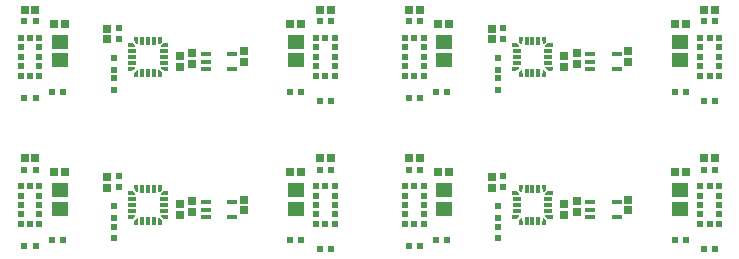
<source format=gtp>
G04 Layer_Color=8421504*
%FSAX24Y24*%
%MOIN*%
G70*
G01*
G75*
%ADD10R,0.0354X0.0177*%
%ADD11R,0.0197X0.0197*%
%ADD12R,0.0138X0.0118*%
%ADD13R,0.0276X0.0118*%
%ADD14R,0.0118X0.0138*%
%ADD15R,0.0118X0.0276*%
%ADD16R,0.0236X0.0217*%
%ADD17R,0.0217X0.0236*%
%ADD18R,0.0252X0.0252*%
%ADD19R,0.0571X0.0512*%
%ADD20R,0.0252X0.0252*%
G36*
X031185Y020408D02*
X031116Y020339D01*
X031067Y020339D01*
Y020575D01*
X031185D01*
X031185Y020408D01*
D02*
G37*
G36*
X030398Y020339D02*
X030348Y020339D01*
X030280Y020407D01*
X030280Y020575D01*
X030398D01*
Y020339D01*
D02*
G37*
G36*
X018374Y020408D02*
X018305Y020339D01*
X018256Y020339D01*
Y020575D01*
X018374D01*
X018374Y020408D01*
D02*
G37*
G36*
X017587Y020339D02*
X017537Y020339D01*
X017469Y020407D01*
X017469Y020575D01*
X017587D01*
Y020339D01*
D02*
G37*
G36*
X031402Y020358D02*
Y020240D01*
X031165D01*
X031165Y020289D01*
X031234Y020358D01*
X031402Y020358D01*
D02*
G37*
G36*
X030299Y020289D02*
X030299Y020240D01*
X030063D01*
Y020358D01*
X030230Y020358D01*
X030299Y020289D01*
D02*
G37*
G36*
X018591Y020358D02*
Y020240D01*
X018354D01*
X018354Y020289D01*
X018423Y020358D01*
X018591Y020358D01*
D02*
G37*
G36*
X017488Y020289D02*
X017488Y020240D01*
X017252D01*
Y020358D01*
X017419Y020358D01*
X017488Y020289D01*
D02*
G37*
G36*
X031402Y019453D02*
X031234Y019453D01*
X031165Y019522D01*
X031165Y019571D01*
X031402D01*
Y019453D01*
D02*
G37*
G36*
X030299Y019522D02*
X030230Y019453D01*
X030063Y019453D01*
Y019571D01*
X030299D01*
X030299Y019522D01*
D02*
G37*
G36*
X018591Y019453D02*
X018423Y019453D01*
X018354Y019522D01*
X018354Y019571D01*
X018591D01*
Y019453D01*
D02*
G37*
G36*
X017488Y019522D02*
X017419Y019453D01*
X017252Y019453D01*
Y019571D01*
X017488D01*
X017488Y019522D01*
D02*
G37*
G36*
X031185Y019404D02*
X031185Y019236D01*
X031067D01*
Y019472D01*
X031116Y019472D01*
X031185Y019404D01*
D02*
G37*
G36*
X030398Y019472D02*
Y019236D01*
X030280D01*
X030280Y019404D01*
X030348Y019472D01*
X030398Y019472D01*
D02*
G37*
G36*
X018374Y019404D02*
X018374Y019236D01*
X018256D01*
Y019472D01*
X018305Y019472D01*
X018374Y019404D01*
D02*
G37*
G36*
X017587Y019472D02*
Y019236D01*
X017469D01*
X017469Y019404D01*
X017537Y019472D01*
X017587Y019472D01*
D02*
G37*
G36*
X031185Y015470D02*
X031116Y015402D01*
X031067Y015402D01*
Y015638D01*
X031185D01*
X031185Y015470D01*
D02*
G37*
G36*
X030398Y015402D02*
X030348Y015402D01*
X030280Y015470D01*
X030280Y015638D01*
X030398D01*
Y015402D01*
D02*
G37*
G36*
X018374Y015470D02*
X018305Y015402D01*
X018256Y015402D01*
Y015638D01*
X018374D01*
X018374Y015470D01*
D02*
G37*
G36*
X017587Y015402D02*
X017537Y015402D01*
X017469Y015470D01*
X017469Y015638D01*
X017587D01*
Y015402D01*
D02*
G37*
G36*
X031402Y015421D02*
Y015303D01*
X031165D01*
X031165Y015352D01*
X031234Y015421D01*
X031402Y015421D01*
D02*
G37*
G36*
X030299Y015352D02*
X030299Y015303D01*
X030063D01*
Y015421D01*
X030230Y015421D01*
X030299Y015352D01*
D02*
G37*
G36*
X018591Y015421D02*
Y015303D01*
X018354D01*
X018354Y015352D01*
X018423Y015421D01*
X018591Y015421D01*
D02*
G37*
G36*
X017488Y015352D02*
X017488Y015303D01*
X017252D01*
Y015421D01*
X017419Y015421D01*
X017488Y015352D01*
D02*
G37*
G36*
X031402Y014516D02*
X031234Y014516D01*
X031165Y014585D01*
X031165Y014634D01*
X031402D01*
Y014516D01*
D02*
G37*
G36*
X030299Y014585D02*
X030230Y014516D01*
X030063Y014516D01*
Y014634D01*
X030299D01*
X030299Y014585D01*
D02*
G37*
G36*
X018591Y014516D02*
X018423Y014516D01*
X018354Y014585D01*
X018354Y014634D01*
X018591D01*
Y014516D01*
D02*
G37*
G36*
X017488Y014585D02*
X017419Y014516D01*
X017252Y014516D01*
Y014634D01*
X017488D01*
X017488Y014585D01*
D02*
G37*
G36*
X031185Y014467D02*
X031185Y014299D01*
X031067D01*
Y014535D01*
X031116Y014535D01*
X031185Y014467D01*
D02*
G37*
G36*
X030398Y014535D02*
Y014299D01*
X030280D01*
X030280Y014467D01*
X030348Y014535D01*
X030398Y014535D01*
D02*
G37*
G36*
X018374Y014467D02*
X018374Y014299D01*
X018256D01*
Y014535D01*
X018305Y014535D01*
X018374Y014467D01*
D02*
G37*
G36*
X017587Y014535D02*
Y014299D01*
X017469D01*
X017469Y014467D01*
X017537Y014535D01*
X017587Y014535D01*
D02*
G37*
D10*
X019841Y015067D02*
D03*
Y014811D02*
D03*
Y014555D02*
D03*
X020726D02*
D03*
Y015067D02*
D03*
X032652D02*
D03*
Y014811D02*
D03*
Y014555D02*
D03*
X033537D02*
D03*
Y015067D02*
D03*
X019841Y020004D02*
D03*
Y019748D02*
D03*
Y019492D02*
D03*
X020726D02*
D03*
Y020004D02*
D03*
X032652D02*
D03*
Y019748D02*
D03*
Y019492D02*
D03*
X033537D02*
D03*
Y020004D02*
D03*
D11*
X014299Y014339D02*
D03*
X013984D02*
D03*
X013669D02*
D03*
X014299Y014654D02*
D03*
X013669D02*
D03*
X014299Y014969D02*
D03*
X013669D02*
D03*
X014299Y015283D02*
D03*
X013669D02*
D03*
X014299Y015598D02*
D03*
X013984D02*
D03*
X013669D02*
D03*
X024142Y014339D02*
D03*
X023827D02*
D03*
X023512D02*
D03*
X024142Y014654D02*
D03*
X023512D02*
D03*
X024142Y014969D02*
D03*
X023512D02*
D03*
X024142Y015283D02*
D03*
X023512D02*
D03*
X024142Y015598D02*
D03*
X023827D02*
D03*
X023512D02*
D03*
X027110Y014339D02*
D03*
X026795D02*
D03*
X026480D02*
D03*
X027110Y014654D02*
D03*
X026480D02*
D03*
X027110Y014969D02*
D03*
X026480D02*
D03*
X027110Y015283D02*
D03*
X026480D02*
D03*
X027110Y015598D02*
D03*
X026795D02*
D03*
X026480D02*
D03*
X036953Y014339D02*
D03*
X036638D02*
D03*
X036323D02*
D03*
X036953Y014654D02*
D03*
X036323D02*
D03*
X036953Y014969D02*
D03*
X036323D02*
D03*
X036953Y015283D02*
D03*
X036323D02*
D03*
X036953Y015598D02*
D03*
X036638D02*
D03*
X036323D02*
D03*
X014299Y019276D02*
D03*
X013984D02*
D03*
X013669D02*
D03*
X014299Y019591D02*
D03*
X013669D02*
D03*
X014299Y019906D02*
D03*
X013669D02*
D03*
X014299Y020220D02*
D03*
X013669D02*
D03*
X014299Y020535D02*
D03*
X013984D02*
D03*
X013669D02*
D03*
X024142Y019276D02*
D03*
X023827D02*
D03*
X023512D02*
D03*
X024142Y019591D02*
D03*
X023512D02*
D03*
X024142Y019906D02*
D03*
X023512D02*
D03*
X024142Y020220D02*
D03*
X023512D02*
D03*
X024142Y020535D02*
D03*
X023827D02*
D03*
X023512D02*
D03*
X027110Y019276D02*
D03*
X026795D02*
D03*
X026480D02*
D03*
X027110Y019591D02*
D03*
X026480D02*
D03*
X027110Y019906D02*
D03*
X026480D02*
D03*
X027110Y020220D02*
D03*
X026480D02*
D03*
X027110Y020535D02*
D03*
X026795D02*
D03*
X026480D02*
D03*
X036953Y019276D02*
D03*
X036638D02*
D03*
X036323D02*
D03*
X036953Y019591D02*
D03*
X036323D02*
D03*
X036953Y019906D02*
D03*
X036323D02*
D03*
X036953Y020220D02*
D03*
X036323D02*
D03*
X036953Y020535D02*
D03*
X036638D02*
D03*
X036323D02*
D03*
D12*
X017321Y015362D02*
D03*
Y014575D02*
D03*
X018522D02*
D03*
Y015362D02*
D03*
X030132D02*
D03*
Y014575D02*
D03*
X031333D02*
D03*
Y015362D02*
D03*
X017321Y020299D02*
D03*
Y019512D02*
D03*
X018522D02*
D03*
Y020299D02*
D03*
X030132D02*
D03*
Y019512D02*
D03*
X031333D02*
D03*
Y020299D02*
D03*
D13*
X017390Y015165D02*
D03*
Y014969D02*
D03*
Y014772D02*
D03*
X018453D02*
D03*
Y014969D02*
D03*
Y015165D02*
D03*
X030201D02*
D03*
Y014969D02*
D03*
Y014772D02*
D03*
X031264D02*
D03*
Y014969D02*
D03*
Y015165D02*
D03*
X017390Y020102D02*
D03*
Y019906D02*
D03*
Y019709D02*
D03*
X018453D02*
D03*
Y019906D02*
D03*
Y020102D02*
D03*
X030201D02*
D03*
Y019906D02*
D03*
Y019709D02*
D03*
X031264D02*
D03*
Y019906D02*
D03*
Y020102D02*
D03*
D14*
X017528Y014368D02*
D03*
X018315D02*
D03*
Y015569D02*
D03*
X017528D02*
D03*
X030339Y014368D02*
D03*
X031126D02*
D03*
Y015569D02*
D03*
X030339D02*
D03*
X017528Y019305D02*
D03*
X018315D02*
D03*
Y020506D02*
D03*
X017528D02*
D03*
X030339Y019305D02*
D03*
X031126D02*
D03*
Y020506D02*
D03*
X030339D02*
D03*
D15*
X017724Y014437D02*
D03*
X017921D02*
D03*
X018118D02*
D03*
Y015500D02*
D03*
X017921D02*
D03*
X017724D02*
D03*
X030535Y014437D02*
D03*
X030732D02*
D03*
X030929D02*
D03*
Y015500D02*
D03*
X030732D02*
D03*
X030535D02*
D03*
X017724Y019374D02*
D03*
X017921D02*
D03*
X018118D02*
D03*
Y020437D02*
D03*
X017921D02*
D03*
X017724D02*
D03*
X030535Y019374D02*
D03*
X030732D02*
D03*
X030929D02*
D03*
Y020437D02*
D03*
X030732D02*
D03*
X030535D02*
D03*
D16*
X016780Y014545D02*
D03*
Y014919D02*
D03*
Y014250D02*
D03*
Y013876D02*
D03*
X016937Y015943D02*
D03*
Y015569D02*
D03*
X029591Y014545D02*
D03*
Y014919D02*
D03*
Y014250D02*
D03*
Y013876D02*
D03*
X029748Y015943D02*
D03*
Y015569D02*
D03*
X016780Y019482D02*
D03*
Y019856D02*
D03*
Y019187D02*
D03*
Y018813D02*
D03*
X016937Y020880D02*
D03*
Y020506D02*
D03*
X029591Y019482D02*
D03*
Y019856D02*
D03*
Y019187D02*
D03*
Y018813D02*
D03*
X029748Y020880D02*
D03*
Y020506D02*
D03*
D17*
X014703Y013787D02*
D03*
X015077D02*
D03*
X024014Y013492D02*
D03*
X023640D02*
D03*
X023030Y013787D02*
D03*
X022656D02*
D03*
X023640Y016150D02*
D03*
X024014D02*
D03*
X013797Y013591D02*
D03*
X014171D02*
D03*
Y016150D02*
D03*
X013797D02*
D03*
X027514Y013787D02*
D03*
X027888D02*
D03*
X036825Y013492D02*
D03*
X036451D02*
D03*
X035841Y013787D02*
D03*
X035467D02*
D03*
X036451Y016150D02*
D03*
X036825D02*
D03*
X026608Y013591D02*
D03*
X026982D02*
D03*
Y016150D02*
D03*
X026608D02*
D03*
X014703Y018724D02*
D03*
X015077D02*
D03*
X024014Y018429D02*
D03*
X023640D02*
D03*
X023030Y018724D02*
D03*
X022656D02*
D03*
X023640Y021087D02*
D03*
X024014D02*
D03*
X013797Y018528D02*
D03*
X014171D02*
D03*
Y021087D02*
D03*
X013797D02*
D03*
X027514Y018724D02*
D03*
X027888D02*
D03*
X036825Y018429D02*
D03*
X036451D02*
D03*
X035841Y018724D02*
D03*
X035467D02*
D03*
X036451Y021087D02*
D03*
X036825D02*
D03*
X026608Y018528D02*
D03*
X026982D02*
D03*
Y021087D02*
D03*
X026608D02*
D03*
D18*
X018984Y014992D02*
D03*
Y014630D02*
D03*
X021110Y015150D02*
D03*
Y014787D02*
D03*
X019398Y015091D02*
D03*
Y014728D02*
D03*
X016564Y015912D02*
D03*
Y015549D02*
D03*
X031795Y014992D02*
D03*
Y014630D02*
D03*
X033921Y015150D02*
D03*
Y014787D02*
D03*
X032209Y015091D02*
D03*
Y014728D02*
D03*
X029375Y015912D02*
D03*
Y015549D02*
D03*
X018984Y019929D02*
D03*
Y019567D02*
D03*
X021110Y020087D02*
D03*
Y019724D02*
D03*
X019398Y020028D02*
D03*
Y019665D02*
D03*
X016564Y020849D02*
D03*
Y020486D02*
D03*
X031795Y019929D02*
D03*
Y019567D02*
D03*
X033921Y020087D02*
D03*
Y019724D02*
D03*
X032209Y020028D02*
D03*
Y019665D02*
D03*
X029375Y020849D02*
D03*
Y020486D02*
D03*
D19*
X022843Y015480D02*
D03*
Y014850D02*
D03*
X014969Y015480D02*
D03*
Y014850D02*
D03*
X035654Y015480D02*
D03*
Y014850D02*
D03*
X027780Y015480D02*
D03*
Y014850D02*
D03*
X022843Y020417D02*
D03*
Y019787D02*
D03*
X014969Y020417D02*
D03*
Y019787D02*
D03*
X035654Y020417D02*
D03*
Y019787D02*
D03*
X027780Y020417D02*
D03*
Y019787D02*
D03*
D20*
X022661Y016071D02*
D03*
X023024D02*
D03*
X015150D02*
D03*
X014787D02*
D03*
X023646Y016543D02*
D03*
X024008D02*
D03*
X013803D02*
D03*
X014165D02*
D03*
X035472Y016071D02*
D03*
X035835D02*
D03*
X027961D02*
D03*
X027598D02*
D03*
X036457Y016543D02*
D03*
X036819D02*
D03*
X026614D02*
D03*
X026976D02*
D03*
X022661Y021008D02*
D03*
X023024D02*
D03*
X015150D02*
D03*
X014787D02*
D03*
X023646Y021480D02*
D03*
X024008D02*
D03*
X013803D02*
D03*
X014165D02*
D03*
X035472Y021008D02*
D03*
X035835D02*
D03*
X027961D02*
D03*
X027598D02*
D03*
X036457Y021480D02*
D03*
X036819D02*
D03*
X026614D02*
D03*
X026976D02*
D03*
M02*

</source>
